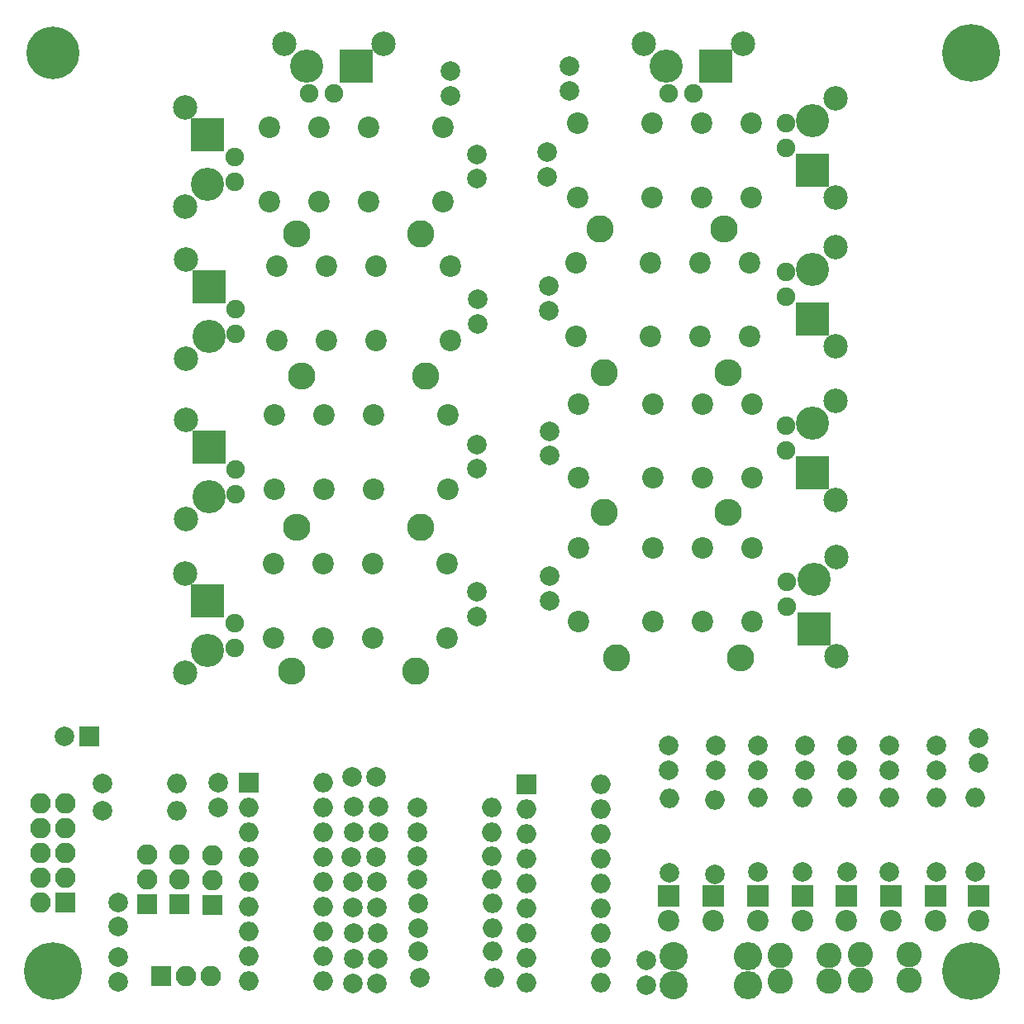
<source format=gbr>
G04 #@! TF.FileFunction,Soldermask,Top*
%FSLAX46Y46*%
G04 Gerber Fmt 4.6, Leading zero omitted, Abs format (unit mm)*
G04 Created by KiCad (PCBNEW 4.0.7) date 11/25/19 01:40:25*
%MOMM*%
%LPD*%
G01*
G04 APERTURE LIST*
%ADD10C,0.100000*%
%ADD11C,1.900000*%
%ADD12C,2.500000*%
%ADD13R,3.400000X3.400000*%
%ADD14C,3.400000*%
%ADD15C,2.200000*%
%ADD16R,2.000000X2.000000*%
%ADD17O,2.000000X2.000000*%
%ADD18C,2.900000*%
%ADD19O,2.900000X2.900000*%
%ADD20R,2.200000X2.200000*%
%ADD21C,2.000000*%
%ADD22R,2.100000X2.100000*%
%ADD23O,2.100000X2.100000*%
%ADD24C,5.900000*%
%ADD25C,2.600000*%
%ADD26C,2.800000*%
%ADD27O,2.800000X2.800000*%
%ADD28C,5.400000*%
G04 APERTURE END LIST*
D10*
D11*
X71689000Y-79248000D03*
X71689000Y-81788000D03*
D12*
X66609000Y-84328000D03*
X66609000Y-74168000D03*
D13*
X68961000Y-76962000D03*
D14*
X68961000Y-82042000D03*
D15*
X86073000Y-82413000D03*
X75913000Y-82413000D03*
X80993000Y-82413000D03*
X80993000Y-74813000D03*
X86073000Y-74813000D03*
X75913000Y-74813000D03*
X93693000Y-82413000D03*
X93693000Y-74813000D03*
D16*
X73025000Y-127762000D03*
D17*
X80645000Y-148082000D03*
X73025000Y-130302000D03*
X80645000Y-145542000D03*
X73025000Y-132842000D03*
X80645000Y-143002000D03*
X73025000Y-135382000D03*
X80645000Y-140462000D03*
X73025000Y-137922000D03*
X80645000Y-137922000D03*
X73025000Y-140462000D03*
X80645000Y-135382000D03*
X73025000Y-143002000D03*
X80645000Y-132842000D03*
X73025000Y-145542000D03*
X80645000Y-130302000D03*
X73025000Y-148082000D03*
X80645000Y-127762000D03*
D18*
X116586000Y-145542000D03*
D19*
X124206000Y-145542000D03*
D20*
X138811000Y-139319000D03*
D15*
X138811000Y-141859000D03*
D20*
X125222000Y-139319000D03*
D15*
X125222000Y-141859000D03*
D21*
X143510000Y-136906000D03*
D17*
X143510000Y-129286000D03*
D20*
X120650000Y-139319000D03*
D15*
X120650000Y-141859000D03*
D16*
X101473000Y-127889000D03*
D17*
X109093000Y-148209000D03*
X101473000Y-130429000D03*
X109093000Y-145669000D03*
X101473000Y-132969000D03*
X109093000Y-143129000D03*
X101473000Y-135509000D03*
X109093000Y-140589000D03*
X101473000Y-138049000D03*
X109093000Y-138049000D03*
X101473000Y-140589000D03*
X109093000Y-135509000D03*
X101473000Y-143129000D03*
X109093000Y-132969000D03*
X101473000Y-145669000D03*
X109093000Y-130429000D03*
X101473000Y-148209000D03*
X109093000Y-127889000D03*
D21*
X116078000Y-123952000D03*
X116078000Y-126452000D03*
X120904000Y-123952000D03*
X120904000Y-126452000D03*
X125222000Y-123952000D03*
X125222000Y-126452000D03*
X130048000Y-123952000D03*
X130048000Y-126452000D03*
X134366000Y-123952000D03*
X134366000Y-126452000D03*
X138684000Y-123952000D03*
X138684000Y-126452000D03*
X143510000Y-123952000D03*
X143510000Y-126452000D03*
X147828000Y-123190000D03*
X147828000Y-125690000D03*
X69926200Y-130225800D03*
X69926200Y-127725800D03*
D22*
X69342000Y-140258800D03*
D23*
X69342000Y-137718800D03*
X69342000Y-135178800D03*
D22*
X65963800Y-140182600D03*
D23*
X65963800Y-137642600D03*
X65963800Y-135102600D03*
D22*
X62611000Y-140182600D03*
D23*
X62611000Y-137642600D03*
X62611000Y-135102600D03*
D24*
X53000000Y-147000000D03*
X147002500Y-147002500D03*
D20*
X129794000Y-139319000D03*
D15*
X129794000Y-141859000D03*
D20*
X134239000Y-139319000D03*
D15*
X134239000Y-141859000D03*
D20*
X143383000Y-139319000D03*
D15*
X143383000Y-141859000D03*
D20*
X147828000Y-139319000D03*
D15*
X147828000Y-141859000D03*
D21*
X116141500Y-136969500D03*
D17*
X116141500Y-129349500D03*
D21*
X120777000Y-137160000D03*
D17*
X120777000Y-129540000D03*
D21*
X125222000Y-136906000D03*
D17*
X125222000Y-129286000D03*
D21*
X129794000Y-136906000D03*
D17*
X129794000Y-129286000D03*
D21*
X134366000Y-136906000D03*
D17*
X134366000Y-129286000D03*
D21*
X138684000Y-136906000D03*
D17*
X138684000Y-129286000D03*
D21*
X147447000Y-136906000D03*
D17*
X147447000Y-129286000D03*
D21*
X86106000Y-127152400D03*
X83606000Y-127152400D03*
X90297000Y-130302000D03*
D17*
X97917000Y-130302000D03*
D21*
X90297000Y-132842000D03*
D17*
X97917000Y-132842000D03*
D21*
X90297000Y-135255000D03*
D17*
X97917000Y-135255000D03*
D21*
X90297000Y-137668000D03*
D17*
X97917000Y-137668000D03*
D21*
X90424000Y-140081000D03*
D17*
X98044000Y-140081000D03*
D21*
X90424000Y-142621000D03*
D17*
X98044000Y-142621000D03*
D21*
X90424000Y-145034000D03*
D17*
X98044000Y-145034000D03*
D21*
X90551000Y-147701000D03*
D17*
X98171000Y-147701000D03*
D20*
X116078000Y-139319000D03*
D15*
X116078000Y-141859000D03*
D21*
X83820000Y-130175000D03*
X86320000Y-130175000D03*
X83820000Y-132842000D03*
X86320000Y-132842000D03*
X83566000Y-135382000D03*
X86066000Y-135382000D03*
X83693000Y-137922000D03*
X86193000Y-137922000D03*
X83693000Y-140525500D03*
X86193000Y-140525500D03*
X83756500Y-143129000D03*
X86256500Y-143129000D03*
X83756500Y-145796000D03*
X86256500Y-145796000D03*
X83693000Y-148272500D03*
X86193000Y-148272500D03*
D18*
X116586000Y-148463000D03*
D19*
X124206000Y-148463000D03*
D21*
X59664600Y-148132800D03*
X59664600Y-145632800D03*
X59690000Y-142494000D03*
X59690000Y-139994000D03*
D22*
X54203600Y-140035280D03*
D23*
X51663600Y-140035280D03*
X54203600Y-137495280D03*
X51663600Y-137495280D03*
X54203600Y-134955280D03*
X51663600Y-134955280D03*
X54203600Y-132415280D03*
X51663600Y-132415280D03*
X54203600Y-129875280D03*
X51663600Y-129875280D03*
D21*
X103759000Y-79375000D03*
X103759000Y-76875000D03*
X103886000Y-94234000D03*
X103886000Y-91734000D03*
X103886000Y-109093000D03*
X103886000Y-106593000D03*
X103632000Y-65659000D03*
X103632000Y-63159000D03*
X96393000Y-108204000D03*
X96393000Y-110704000D03*
X96393000Y-93091000D03*
X96393000Y-95591000D03*
X96520000Y-78232000D03*
X96520000Y-80732000D03*
X96393000Y-63373000D03*
X96393000Y-65873000D03*
D16*
X56657240Y-123027440D03*
D21*
X54157240Y-123027440D03*
D25*
X127508000Y-148005800D03*
X132508000Y-148005800D03*
X140665200Y-147980400D03*
X135665200Y-147980400D03*
D22*
X64068960Y-147579080D03*
D23*
X66608960Y-147579080D03*
X69148960Y-147579080D03*
D21*
X113792000Y-148437600D03*
X113792000Y-145937600D03*
D25*
X127467360Y-145409920D03*
X132467360Y-145409920D03*
X140655040Y-145348960D03*
X135655040Y-145348960D03*
D24*
X147000000Y-53000000D03*
D21*
X58059320Y-127825500D03*
D17*
X65679320Y-127825500D03*
D21*
X58087260Y-130647440D03*
D17*
X65707260Y-130647440D03*
D26*
X90678000Y-71501000D03*
D27*
X77978000Y-71501000D03*
D26*
X91186000Y-86106000D03*
D27*
X78486000Y-86106000D03*
D26*
X90678000Y-101600000D03*
D27*
X77978000Y-101600000D03*
D26*
X90170000Y-116332000D03*
D27*
X77470000Y-116332000D03*
D26*
X110744000Y-114935000D03*
D27*
X123444000Y-114935000D03*
D26*
X109474000Y-100076000D03*
D27*
X122174000Y-100076000D03*
D26*
X109474000Y-85725000D03*
D27*
X122174000Y-85725000D03*
D15*
X85311000Y-68189000D03*
X75151000Y-68189000D03*
X80231000Y-68189000D03*
X80231000Y-60589000D03*
X85311000Y-60589000D03*
X75151000Y-60589000D03*
X92931000Y-68189000D03*
X92931000Y-60589000D03*
X85819000Y-97653000D03*
X75659000Y-97653000D03*
X80739000Y-97653000D03*
X80739000Y-90053000D03*
X85819000Y-90053000D03*
X75659000Y-90053000D03*
X93439000Y-97653000D03*
X93439000Y-90053000D03*
X85704700Y-112880300D03*
X75544700Y-112880300D03*
X80624700Y-112880300D03*
X80624700Y-105280300D03*
X85704700Y-105280300D03*
X75544700Y-105280300D03*
X93324700Y-112880300D03*
X93324700Y-105280300D03*
X114460000Y-103642000D03*
X124620000Y-103642000D03*
X119540000Y-103642000D03*
X119540000Y-111242000D03*
X114460000Y-111242000D03*
X124620000Y-111242000D03*
X106840000Y-103642000D03*
X106840000Y-111242000D03*
X114460000Y-88910000D03*
X124620000Y-88910000D03*
X119540000Y-88910000D03*
X119540000Y-96510000D03*
X114460000Y-96510000D03*
X124620000Y-96510000D03*
X106840000Y-88910000D03*
X106840000Y-96510000D03*
X114206000Y-74432000D03*
X124366000Y-74432000D03*
X119286000Y-74432000D03*
X119286000Y-82032000D03*
X114206000Y-82032000D03*
X124366000Y-82032000D03*
X106586000Y-74432000D03*
X106586000Y-82032000D03*
X114317760Y-60182600D03*
X124477760Y-60182600D03*
X119397760Y-60182600D03*
X119397760Y-67782600D03*
X114317760Y-67782600D03*
X124477760Y-67782600D03*
X106697760Y-60182600D03*
X106697760Y-67782600D03*
D11*
X81788000Y-57084000D03*
X79248000Y-57084000D03*
D12*
X76708000Y-52004000D03*
X86868000Y-52004000D03*
D13*
X84074000Y-54356000D03*
D14*
X78994000Y-54356000D03*
D11*
X71562000Y-63627000D03*
X71562000Y-66167000D03*
D12*
X66482000Y-68707000D03*
X66482000Y-58547000D03*
D13*
X68834000Y-61341000D03*
D14*
X68834000Y-66421000D03*
D11*
X71689000Y-95631000D03*
X71689000Y-98171000D03*
D12*
X66609000Y-100711000D03*
X66609000Y-90551000D03*
D13*
X68961000Y-93345000D03*
D14*
X68961000Y-98425000D03*
D11*
X71562000Y-111379000D03*
X71562000Y-113919000D03*
D12*
X66482000Y-116459000D03*
X66482000Y-106299000D03*
D13*
X68834000Y-109093000D03*
D14*
X68834000Y-114173000D03*
D11*
X118618000Y-57084000D03*
X116078000Y-57084000D03*
D12*
X113538000Y-52004000D03*
X123698000Y-52004000D03*
D13*
X120904000Y-54356000D03*
D14*
X115824000Y-54356000D03*
D11*
X128183600Y-109728000D03*
X128183600Y-107188000D03*
D12*
X133263600Y-104648000D03*
X133263600Y-114808000D03*
D13*
X130911600Y-112014000D03*
D14*
X130911600Y-106934000D03*
D11*
X128082000Y-93726000D03*
X128082000Y-91186000D03*
D12*
X133162000Y-88646000D03*
X133162000Y-98806000D03*
D13*
X130810000Y-96012000D03*
D14*
X130810000Y-90932000D03*
D11*
X128082000Y-77978000D03*
X128082000Y-75438000D03*
D12*
X133162000Y-72898000D03*
X133162000Y-83058000D03*
D13*
X130810000Y-80264000D03*
D14*
X130810000Y-75184000D03*
D11*
X128082000Y-62738000D03*
X128082000Y-60198000D03*
D12*
X133162000Y-57658000D03*
X133162000Y-67818000D03*
D13*
X130810000Y-65024000D03*
D14*
X130810000Y-59944000D03*
D28*
X53000000Y-53000000D03*
D26*
X109021880Y-70967600D03*
D27*
X121721880Y-70967600D03*
D21*
X105918000Y-54356000D03*
X105918000Y-56856000D03*
X93726000Y-54864000D03*
X93726000Y-57364000D03*
M02*

</source>
